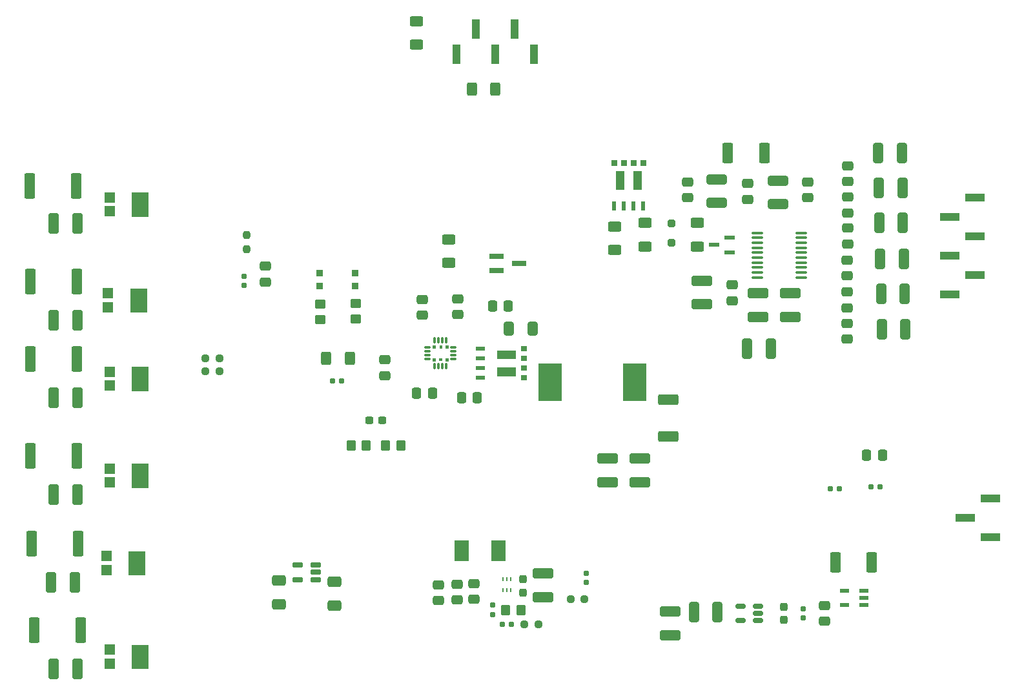
<source format=gbr>
%TF.GenerationSoftware,KiCad,Pcbnew,7.0.6-0*%
%TF.CreationDate,2024-04-17T06:46:49-03:00*%
%TF.ProjectId,Buoy,42756f79-2e6b-4696-9361-645f70636258,rev?*%
%TF.SameCoordinates,Original*%
%TF.FileFunction,Paste,Top*%
%TF.FilePolarity,Positive*%
%FSLAX46Y46*%
G04 Gerber Fmt 4.6, Leading zero omitted, Abs format (unit mm)*
G04 Created by KiCad (PCBNEW 7.0.6-0) date 2024-04-17 06:46:49*
%MOMM*%
%LPD*%
G01*
G04 APERTURE LIST*
G04 Aperture macros list*
%AMRoundRect*
0 Rectangle with rounded corners*
0 $1 Rounding radius*
0 $2 $3 $4 $5 $6 $7 $8 $9 X,Y pos of 4 corners*
0 Add a 4 corners polygon primitive as box body*
4,1,4,$2,$3,$4,$5,$6,$7,$8,$9,$2,$3,0*
0 Add four circle primitives for the rounded corners*
1,1,$1+$1,$2,$3*
1,1,$1+$1,$4,$5*
1,1,$1+$1,$6,$7*
1,1,$1+$1,$8,$9*
0 Add four rect primitives between the rounded corners*
20,1,$1+$1,$2,$3,$4,$5,0*
20,1,$1+$1,$4,$5,$6,$7,0*
20,1,$1+$1,$6,$7,$8,$9,0*
20,1,$1+$1,$8,$9,$2,$3,0*%
G04 Aperture macros list end*
%ADD10C,0.010000*%
%ADD11RoundRect,0.250000X0.400000X1.075000X-0.400000X1.075000X-0.400000X-1.075000X0.400000X-1.075000X0*%
%ADD12RoundRect,0.250000X-0.412500X-1.100000X0.412500X-1.100000X0.412500X1.100000X-0.412500X1.100000X0*%
%ADD13R,2.510000X1.000000*%
%ADD14R,0.930000X0.810000*%
%ADD15RoundRect,0.237500X0.250000X0.237500X-0.250000X0.237500X-0.250000X-0.237500X0.250000X-0.237500X0*%
%ADD16RoundRect,0.250000X0.625000X-0.400000X0.625000X0.400000X-0.625000X0.400000X-0.625000X-0.400000X0*%
%ADD17RoundRect,0.237500X-0.237500X0.300000X-0.237500X-0.300000X0.237500X-0.300000X0.237500X0.300000X0*%
%ADD18RoundRect,0.250000X-0.650000X0.412500X-0.650000X-0.412500X0.650000X-0.412500X0.650000X0.412500X0*%
%ADD19RoundRect,0.250000X-0.450000X0.350000X-0.450000X-0.350000X0.450000X-0.350000X0.450000X0.350000X0*%
%ADD20RoundRect,0.250000X-0.475000X0.337500X-0.475000X-0.337500X0.475000X-0.337500X0.475000X0.337500X0*%
%ADD21RoundRect,0.250000X-1.100000X0.412500X-1.100000X-0.412500X1.100000X-0.412500X1.100000X0.412500X0*%
%ADD22RoundRect,0.088500X0.516500X0.206500X-0.516500X0.206500X-0.516500X-0.206500X0.516500X-0.206500X0*%
%ADD23RoundRect,0.160000X-0.160000X0.197500X-0.160000X-0.197500X0.160000X-0.197500X0.160000X0.197500X0*%
%ADD24R,1.400000X1.390000*%
%ADD25RoundRect,0.250000X0.475000X-0.337500X0.475000X0.337500X-0.475000X0.337500X-0.475000X-0.337500X0*%
%ADD26RoundRect,0.250000X-0.625000X0.400000X-0.625000X-0.400000X0.625000X-0.400000X0.625000X0.400000X0*%
%ADD27RoundRect,0.249999X-0.450001X-1.425001X0.450001X-1.425001X0.450001X1.425001X-0.450001X1.425001X0*%
%ADD28RoundRect,0.250000X-0.400000X-1.075000X0.400000X-1.075000X0.400000X1.075000X-0.400000X1.075000X0*%
%ADD29R,1.320800X0.558800*%
%ADD30R,0.610000X1.270000*%
%ADD31RoundRect,0.060000X0.615000X-0.240000X0.615000X0.240000X-0.615000X0.240000X-0.615000X-0.240000X0*%
%ADD32RoundRect,0.150000X0.512500X0.150000X-0.512500X0.150000X-0.512500X-0.150000X0.512500X-0.150000X0*%
%ADD33RoundRect,0.160000X-0.197500X-0.160000X0.197500X-0.160000X0.197500X0.160000X-0.197500X0.160000X0*%
%ADD34RoundRect,0.237500X-0.237500X0.250000X-0.237500X-0.250000X0.237500X-0.250000X0.237500X0.250000X0*%
%ADD35RoundRect,0.249999X-1.075001X0.450001X-1.075001X-0.450001X1.075001X-0.450001X1.075001X0.450001X0*%
%ADD36RoundRect,0.100000X-0.637500X-0.100000X0.637500X-0.100000X0.637500X0.100000X-0.637500X0.100000X0*%
%ADD37RoundRect,0.250000X-0.250000X0.250000X-0.250000X-0.250000X0.250000X-0.250000X0.250000X0.250000X0*%
%ADD38RoundRect,0.249999X0.450001X1.075001X-0.450001X1.075001X-0.450001X-1.075001X0.450001X-1.075001X0*%
%ADD39RoundRect,0.250000X-0.400000X-0.625000X0.400000X-0.625000X0.400000X0.625000X-0.400000X0.625000X0*%
%ADD40RoundRect,0.250000X-0.350000X-0.450000X0.350000X-0.450000X0.350000X0.450000X-0.350000X0.450000X0*%
%ADD41RoundRect,0.250000X0.350000X0.450000X-0.350000X0.450000X-0.350000X-0.450000X0.350000X-0.450000X0*%
%ADD42RoundRect,0.006900X-0.108100X0.368100X-0.108100X-0.368100X0.108100X-0.368100X0.108100X0.368100X0*%
%ADD43RoundRect,0.006900X-0.368100X-0.108100X0.368100X-0.108100X0.368100X0.108100X-0.368100X0.108100X0*%
%ADD44R,1.903000X2.790000*%
%ADD45RoundRect,0.237500X0.300000X0.237500X-0.300000X0.237500X-0.300000X-0.237500X0.300000X-0.237500X0*%
%ADD46RoundRect,0.250000X0.337500X0.475000X-0.337500X0.475000X-0.337500X-0.475000X0.337500X-0.475000X0*%
%ADD47R,1.000000X2.510000*%
%ADD48RoundRect,0.250000X1.075000X-0.400000X1.075000X0.400000X-1.075000X0.400000X-1.075000X-0.400000X0*%
%ADD49R,1.270000X0.610000*%
%ADD50R,3.100000X5.000000*%
%ADD51RoundRect,0.155000X-0.212500X-0.155000X0.212500X-0.155000X0.212500X0.155000X-0.212500X0.155000X0*%
%ADD52RoundRect,0.237500X-0.250000X-0.237500X0.250000X-0.237500X0.250000X0.237500X-0.250000X0.237500X0*%
%ADD53RoundRect,0.250000X-0.337500X-0.475000X0.337500X-0.475000X0.337500X0.475000X-0.337500X0.475000X0*%
%ADD54R,1.900000X0.800000*%
%ADD55R,0.279400X0.606400*%
%ADD56RoundRect,0.250000X0.412500X0.650000X-0.412500X0.650000X-0.412500X-0.650000X0.412500X-0.650000X0*%
G04 APERTURE END LIST*
%TO.C,D4*%
D10*
X111850250Y-80203500D02*
X109730250Y-80203500D01*
X109730250Y-77123500D01*
X111850250Y-77123500D01*
X111850250Y-80203500D01*
G36*
X111850250Y-80203500D02*
G01*
X109730250Y-80203500D01*
X109730250Y-77123500D01*
X111850250Y-77123500D01*
X111850250Y-80203500D01*
G37*
%TO.C,Q1*%
X174472000Y-64122500D02*
X173428000Y-64122500D01*
X173428000Y-61712500D01*
X174472000Y-61712500D01*
X174472000Y-64122500D01*
G36*
X174472000Y-64122500D02*
G01*
X173428000Y-64122500D01*
X173428000Y-61712500D01*
X174472000Y-61712500D01*
X174472000Y-64122500D01*
G37*
X176732000Y-64122500D02*
X175688000Y-64122500D01*
X175688000Y-61712500D01*
X176732000Y-61712500D01*
X176732000Y-64122500D01*
G36*
X176732000Y-64122500D02*
G01*
X175688000Y-64122500D01*
X175688000Y-61712500D01*
X176732000Y-61712500D01*
X176732000Y-64122500D01*
G37*
X173480000Y-61010000D02*
X172870000Y-61010000D01*
X172870000Y-60310000D01*
X173480000Y-60310000D01*
X173480000Y-61010000D01*
G36*
X173480000Y-61010000D02*
G01*
X172870000Y-61010000D01*
X172870000Y-60310000D01*
X173480000Y-60310000D01*
X173480000Y-61010000D01*
G37*
X174750000Y-61010000D02*
X174140000Y-61010000D01*
X174140000Y-60305000D01*
X174750000Y-60305000D01*
X174750000Y-61010000D01*
G36*
X174750000Y-61010000D02*
G01*
X174140000Y-61010000D01*
X174140000Y-60305000D01*
X174750000Y-60305000D01*
X174750000Y-61010000D01*
G37*
X176020000Y-61010000D02*
X175410000Y-61010000D01*
X175410000Y-60305000D01*
X176020000Y-60305000D01*
X176020000Y-61010000D01*
G36*
X176020000Y-61010000D02*
G01*
X175410000Y-61010000D01*
X175410000Y-60305000D01*
X176020000Y-60305000D01*
X176020000Y-61010000D01*
G37*
X177290000Y-61010000D02*
X176680000Y-61010000D01*
X176680000Y-60305000D01*
X177290000Y-60305000D01*
X177290000Y-61010000D01*
G36*
X177290000Y-61010000D02*
G01*
X176680000Y-61010000D01*
X176680000Y-60305000D01*
X177290000Y-60305000D01*
X177290000Y-61010000D01*
G37*
%TO.C,D9*%
X112050250Y-126963500D02*
X109930250Y-126963500D01*
X109930250Y-123883500D01*
X112050250Y-123883500D01*
X112050250Y-126963500D01*
G36*
X112050250Y-126963500D02*
G01*
X109930250Y-126963500D01*
X109930250Y-123883500D01*
X112050250Y-123883500D01*
X112050250Y-126963500D01*
G37*
%TO.C,D7*%
X112050250Y-103183500D02*
X109930250Y-103183500D01*
X109930250Y-100103500D01*
X112050250Y-100103500D01*
X112050250Y-103183500D01*
G36*
X112050250Y-103183500D02*
G01*
X109930250Y-103183500D01*
X109930250Y-100103500D01*
X112050250Y-100103500D01*
X112050250Y-103183500D01*
G37*
%TO.C,D5*%
X112050250Y-90483500D02*
X109930250Y-90483500D01*
X109930250Y-87403500D01*
X112050250Y-87403500D01*
X112050250Y-90483500D01*
G36*
X112050250Y-90483500D02*
G01*
X109930250Y-90483500D01*
X109930250Y-87403500D01*
X112050250Y-87403500D01*
X112050250Y-90483500D01*
G37*
%TO.C,U2*%
X150580000Y-84907500D02*
X150280000Y-84907500D01*
X150280000Y-84607500D01*
X150580000Y-84607500D01*
X150580000Y-84907500D01*
G36*
X150580000Y-84907500D02*
G01*
X150280000Y-84907500D01*
X150280000Y-84607500D01*
X150580000Y-84607500D01*
X150580000Y-84907500D01*
G37*
X151405000Y-84917500D02*
X151105000Y-84917500D01*
X151105000Y-84617500D01*
X151405000Y-84617500D01*
X151405000Y-84917500D01*
G36*
X151405000Y-84917500D02*
G01*
X151105000Y-84917500D01*
X151105000Y-84617500D01*
X151405000Y-84617500D01*
X151405000Y-84917500D01*
G37*
X149695000Y-84917500D02*
X149395000Y-84917500D01*
X149395000Y-84617500D01*
X149695000Y-84617500D01*
X149695000Y-84917500D01*
G36*
X149695000Y-84917500D02*
G01*
X149395000Y-84917500D01*
X149395000Y-84617500D01*
X149695000Y-84617500D01*
X149695000Y-84917500D01*
G37*
X150555000Y-86582500D02*
X150255000Y-86582500D01*
X150255000Y-86282500D01*
X150555000Y-86282500D01*
X150555000Y-86582500D01*
G36*
X150555000Y-86582500D02*
G01*
X150255000Y-86582500D01*
X150255000Y-86282500D01*
X150555000Y-86282500D01*
X150555000Y-86582500D01*
G37*
X151405000Y-86587500D02*
X151105000Y-86587500D01*
X151105000Y-86287500D01*
X151405000Y-86287500D01*
X151405000Y-86587500D01*
G36*
X151405000Y-86587500D02*
G01*
X151105000Y-86587500D01*
X151105000Y-86287500D01*
X151405000Y-86287500D01*
X151405000Y-86587500D01*
G37*
X149695000Y-86587500D02*
X149395000Y-86587500D01*
X149395000Y-86287500D01*
X149695000Y-86287500D01*
X149695000Y-86587500D01*
G36*
X149695000Y-86587500D02*
G01*
X149395000Y-86587500D01*
X149395000Y-86287500D01*
X149695000Y-86287500D01*
X149695000Y-86587500D01*
G37*
%TO.C,Q4*%
X160247500Y-86279500D02*
X157837500Y-86279500D01*
X157837500Y-85235500D01*
X160247500Y-85235500D01*
X160247500Y-86279500D01*
G36*
X160247500Y-86279500D02*
G01*
X157837500Y-86279500D01*
X157837500Y-85235500D01*
X160247500Y-85235500D01*
X160247500Y-86279500D01*
G37*
X160247500Y-88539500D02*
X157837500Y-88539500D01*
X157837500Y-87495500D01*
X160247500Y-87495500D01*
X160247500Y-88539500D01*
G36*
X160247500Y-88539500D02*
G01*
X157837500Y-88539500D01*
X157837500Y-87495500D01*
X160247500Y-87495500D01*
X160247500Y-88539500D01*
G37*
X161650000Y-85287500D02*
X160950000Y-85287500D01*
X160950000Y-84677500D01*
X161650000Y-84677500D01*
X161650000Y-85287500D01*
G36*
X161650000Y-85287500D02*
G01*
X160950000Y-85287500D01*
X160950000Y-84677500D01*
X161650000Y-84677500D01*
X161650000Y-85287500D01*
G37*
X161655000Y-86557500D02*
X160950000Y-86557500D01*
X160950000Y-85947500D01*
X161655000Y-85947500D01*
X161655000Y-86557500D01*
G36*
X161655000Y-86557500D02*
G01*
X160950000Y-86557500D01*
X160950000Y-85947500D01*
X161655000Y-85947500D01*
X161655000Y-86557500D01*
G37*
X161655000Y-87827500D02*
X160950000Y-87827500D01*
X160950000Y-87217500D01*
X161655000Y-87217500D01*
X161655000Y-87827500D01*
G36*
X161655000Y-87827500D02*
G01*
X160950000Y-87827500D01*
X160950000Y-87217500D01*
X161655000Y-87217500D01*
X161655000Y-87827500D01*
G37*
X161655000Y-89097500D02*
X160950000Y-89097500D01*
X160950000Y-88487500D01*
X161655000Y-88487500D01*
X161655000Y-89097500D01*
G36*
X161655000Y-89097500D02*
G01*
X160950000Y-89097500D01*
X160950000Y-88487500D01*
X161655000Y-88487500D01*
X161655000Y-89097500D01*
G37*
%TO.C,D1*%
X112050250Y-67623500D02*
X109930250Y-67623500D01*
X109930250Y-64543500D01*
X112050250Y-64543500D01*
X112050250Y-67623500D01*
G36*
X112050250Y-67623500D02*
G01*
X109930250Y-67623500D01*
X109930250Y-64543500D01*
X112050250Y-64543500D01*
X112050250Y-67623500D01*
G37*
%TO.C,D8*%
X111653750Y-114663500D02*
X109533750Y-114663500D01*
X109533750Y-111583500D01*
X111653750Y-111583500D01*
X111653750Y-114663500D01*
G36*
X111653750Y-114663500D02*
G01*
X109533750Y-114663500D01*
X109533750Y-111583500D01*
X111653750Y-111583500D01*
X111653750Y-114663500D01*
G37*
%TD*%
D11*
%TO.C,R18*%
X186729264Y-119590000D03*
X183629264Y-119590000D03*
%TD*%
D12*
%TO.C,CBJ3*%
X99704250Y-91483500D03*
X102829250Y-91483500D03*
%TD*%
%TO.C,CBJ1*%
X99704250Y-68623500D03*
X102829250Y-68623500D03*
%TD*%
D13*
%TO.C,J13*%
X220500000Y-65220000D03*
X217190000Y-67760000D03*
X220500000Y-70300000D03*
X217190000Y-72840000D03*
X220500000Y-75380000D03*
X217190000Y-77920000D03*
%TD*%
D12*
%TO.C,CBJ4*%
X99704250Y-104183500D03*
X102829250Y-104183500D03*
%TD*%
D14*
%TO.C,D2*%
X139205000Y-76767500D03*
X139205000Y-75147500D03*
%TD*%
D15*
%TO.C,R7*%
X121421750Y-86263500D03*
X119596750Y-86263500D03*
%TD*%
D16*
%TO.C,R30*%
X173230000Y-72080000D03*
X173230000Y-68980000D03*
%TD*%
D17*
%TO.C,C9*%
X195420000Y-118857500D03*
X195420000Y-120582500D03*
%TD*%
D18*
%TO.C,C20*%
X129218000Y-115407500D03*
X129218000Y-118532500D03*
%TD*%
D19*
%TO.C,R4*%
X139275000Y-79107500D03*
X139275000Y-81107500D03*
%TD*%
D20*
%TO.C,C32*%
X198607500Y-63157500D03*
X198607500Y-65232500D03*
%TD*%
D21*
%TO.C,C11*%
X180579264Y-119455000D03*
X180579264Y-122580000D03*
%TD*%
D17*
%TO.C,C12*%
X161200000Y-115277500D03*
X161200000Y-117002500D03*
%TD*%
D22*
%TO.C,U3*%
X205922500Y-118652500D03*
X205922500Y-117702500D03*
X205922500Y-116752500D03*
X203412500Y-116752500D03*
X203412500Y-118652500D03*
%TD*%
D23*
%TO.C,R9*%
X124667500Y-75532500D03*
X124667500Y-76727500D03*
%TD*%
D20*
%TO.C,C4*%
X127460000Y-74212500D03*
X127460000Y-76287500D03*
%TD*%
D24*
%TO.C,D4*%
X106808250Y-77743500D03*
X106808250Y-79583500D03*
%TD*%
D25*
%TO.C,C24*%
X203790000Y-71297500D03*
X203790000Y-69222500D03*
%TD*%
D13*
%TO.C,J9*%
X222520000Y-104660000D03*
X219210000Y-107200000D03*
X222520000Y-109740000D03*
%TD*%
D26*
%TO.C,R11*%
X151480000Y-70690000D03*
X151480000Y-73790000D03*
%TD*%
D16*
%TO.C,R19*%
X147300000Y-45180000D03*
X147300000Y-42080000D03*
%TD*%
D27*
%TO.C,RBJ5*%
X96767750Y-110583500D03*
X102867750Y-110583500D03*
%TD*%
D25*
%TO.C,C21*%
X203720000Y-83767500D03*
X203720000Y-81692500D03*
%TD*%
D28*
%TO.C,R23*%
X208290000Y-82450000D03*
X211390000Y-82450000D03*
%TD*%
D29*
%TO.C,Q2*%
X188343500Y-72390200D03*
X188343500Y-70459800D03*
X186311500Y-71425000D03*
%TD*%
D30*
%TO.C,Q1*%
X173175000Y-66280000D03*
X174445000Y-66280000D03*
X175715000Y-66280000D03*
X176985000Y-66280000D03*
%TD*%
D28*
%TO.C,R28*%
X207840000Y-59390000D03*
X210940000Y-59390000D03*
%TD*%
D24*
%TO.C,D9*%
X107008250Y-124503500D03*
X107008250Y-126343500D03*
%TD*%
D16*
%TO.C,R32*%
X184097500Y-71635000D03*
X184097500Y-68535000D03*
%TD*%
D31*
%TO.C,U6*%
X134048000Y-115290000D03*
X134048000Y-114340000D03*
X134048000Y-113390000D03*
X131678000Y-113390000D03*
X131678000Y-115290000D03*
%TD*%
D12*
%TO.C,CBJ2*%
X99704250Y-81323500D03*
X102829250Y-81323500D03*
%TD*%
D32*
%TO.C,U1*%
X192049264Y-120680000D03*
X192049264Y-119730000D03*
X192049264Y-118780000D03*
X189774264Y-118780000D03*
X189774264Y-120680000D03*
%TD*%
D14*
%TO.C,D3*%
X134575000Y-76767500D03*
X134575000Y-75147500D03*
%TD*%
D20*
%TO.C,C36*%
X152590000Y-115882500D03*
X152590000Y-117957500D03*
%TD*%
D33*
%TO.C,R10*%
X206860000Y-103148750D03*
X208055000Y-103148750D03*
%TD*%
D25*
%TO.C,C26*%
X203830000Y-63097500D03*
X203830000Y-61022500D03*
%TD*%
D24*
%TO.C,D7*%
X107008250Y-100723500D03*
X107008250Y-102563500D03*
%TD*%
D34*
%TO.C,R8*%
X124982500Y-70137500D03*
X124982500Y-71962500D03*
%TD*%
D35*
%TO.C,R6_SR1*%
X180250000Y-91720000D03*
X180250000Y-96520000D03*
%TD*%
D36*
%TO.C,U4*%
X192002500Y-69825000D03*
X192002500Y-70475000D03*
X192002500Y-71125000D03*
X192002500Y-71775000D03*
X192002500Y-72425000D03*
X192002500Y-73075000D03*
X192002500Y-73725000D03*
X192002500Y-74375000D03*
X192002500Y-75025000D03*
X192002500Y-75675000D03*
X197727500Y-75675000D03*
X197727500Y-75025000D03*
X197727500Y-74375000D03*
X197727500Y-73725000D03*
X197727500Y-73075000D03*
X197727500Y-72425000D03*
X197727500Y-71775000D03*
X197727500Y-71125000D03*
X197727500Y-70475000D03*
X197727500Y-69825000D03*
%TD*%
D37*
%TO.C,D10*%
X180727500Y-68605000D03*
X180727500Y-71105000D03*
%TD*%
D26*
%TO.C,R31*%
X177257500Y-68535000D03*
X177257500Y-71635000D03*
%TD*%
D33*
%TO.C,R37*%
X136265000Y-89260000D03*
X137460000Y-89260000D03*
%TD*%
D28*
%TO.C,R24*%
X208190000Y-77780000D03*
X211290000Y-77780000D03*
%TD*%
D38*
%TO.C,R29*%
X192907500Y-59335000D03*
X188107500Y-59335000D03*
%TD*%
D18*
%TO.C,C19*%
X136518000Y-115597500D03*
X136518000Y-118722500D03*
%TD*%
D28*
%TO.C,R26*%
X207940000Y-68490000D03*
X211040000Y-68490000D03*
%TD*%
D39*
%TO.C,R20*%
X154530000Y-50960000D03*
X157630000Y-50960000D03*
%TD*%
D38*
%TO.C,R12*%
X206990000Y-113042500D03*
X202190000Y-113042500D03*
%TD*%
D20*
%TO.C,C2*%
X200750000Y-118685000D03*
X200750000Y-120760000D03*
%TD*%
D12*
%TO.C,CBJ6*%
X99704250Y-127043500D03*
X102829250Y-127043500D03*
%TD*%
D28*
%TO.C,R27*%
X207890000Y-63960000D03*
X210990000Y-63960000D03*
%TD*%
D23*
%TO.C,R21*%
X157220000Y-118672500D03*
X157220000Y-119867500D03*
%TD*%
D40*
%TO.C,R22*%
X158970000Y-119340000D03*
X160970000Y-119340000D03*
%TD*%
D24*
%TO.C,D5*%
X107008250Y-88023500D03*
X107008250Y-89863500D03*
%TD*%
D23*
%TO.C,R16*%
X169540000Y-114490000D03*
X169540000Y-115685000D03*
%TD*%
D41*
%TO.C,R15*%
X140671250Y-97751250D03*
X138671250Y-97751250D03*
%TD*%
D42*
%TO.C,U2*%
X151155000Y-83882500D03*
X150655000Y-83882500D03*
X150155000Y-83882500D03*
X149655000Y-83882500D03*
D43*
X148680000Y-84857500D03*
X148680000Y-85357500D03*
X148680000Y-85857500D03*
X148680000Y-86357500D03*
D42*
X149655000Y-87332500D03*
X150155000Y-87332500D03*
X150655000Y-87332500D03*
X151155000Y-87332500D03*
D43*
X152130000Y-86357500D03*
X152130000Y-85857500D03*
X152130000Y-85357500D03*
X152130000Y-84857500D03*
%TD*%
D27*
%TO.C,RBJ2*%
X96654250Y-76243500D03*
X102754250Y-76243500D03*
%TD*%
D44*
%TO.C,L2*%
X158010000Y-111560000D03*
X153157000Y-111560000D03*
%TD*%
D41*
%TO.C,R13*%
X145198750Y-97740000D03*
X143198750Y-97740000D03*
%TD*%
D45*
%TO.C,C15*%
X142815000Y-94410000D03*
X141090000Y-94410000D03*
%TD*%
D46*
%TO.C,C14*%
X149347500Y-90860000D03*
X147272500Y-90860000D03*
%TD*%
D47*
%TO.C,J10*%
X162690000Y-46390000D03*
X160150000Y-43080000D03*
X157610000Y-46390000D03*
X155070000Y-43080000D03*
X152530000Y-46390000D03*
%TD*%
D21*
%TO.C,C29*%
X192027500Y-77732500D03*
X192027500Y-80857500D03*
%TD*%
D48*
%TO.C,R34*%
X194667500Y-66065000D03*
X194667500Y-62965000D03*
%TD*%
D25*
%TO.C,C31*%
X182837500Y-65242500D03*
X182837500Y-63167500D03*
%TD*%
D28*
%TO.C,R33*%
X190610000Y-85000000D03*
X193710000Y-85000000D03*
%TD*%
D21*
%TO.C,C17*%
X163860000Y-114487500D03*
X163860000Y-117612500D03*
%TD*%
D49*
%TO.C,Q4*%
X155680000Y-84982500D03*
X155680000Y-86252500D03*
X155680000Y-87522500D03*
X155680000Y-88792500D03*
%TD*%
D50*
%TO.C,L1*%
X164800000Y-89450000D03*
X175900000Y-89450000D03*
%TD*%
D21*
%TO.C,C28*%
X196267500Y-77762500D03*
X196267500Y-80887500D03*
%TD*%
D51*
%TO.C,C18*%
X158555000Y-121180000D03*
X159690000Y-121180000D03*
%TD*%
D21*
%TO.C,C8*%
X176580000Y-99437500D03*
X176580000Y-102562500D03*
%TD*%
D27*
%TO.C,RBJ4*%
X96654250Y-99103500D03*
X102754250Y-99103500D03*
%TD*%
D20*
%TO.C,C34*%
X154810000Y-115832500D03*
X154810000Y-117907500D03*
%TD*%
D25*
%TO.C,C23*%
X203727500Y-75492500D03*
X203727500Y-73417500D03*
%TD*%
D21*
%TO.C,C7*%
X172305000Y-99396250D03*
X172305000Y-102521250D03*
%TD*%
D19*
%TO.C,R5*%
X134615000Y-79177500D03*
X134615000Y-81177500D03*
%TD*%
D21*
%TO.C,C27*%
X184700000Y-76087500D03*
X184700000Y-79212500D03*
%TD*%
D39*
%TO.C,R1*%
X135415000Y-86267500D03*
X138515000Y-86267500D03*
%TD*%
D24*
%TO.C,D1*%
X107008250Y-65163500D03*
X107008250Y-67003500D03*
%TD*%
D52*
%TO.C,R6*%
X119606750Y-88013500D03*
X121431750Y-88013500D03*
%TD*%
%TO.C,R36*%
X161430000Y-121190000D03*
X163255000Y-121190000D03*
%TD*%
D25*
%TO.C,C25*%
X203830000Y-67207500D03*
X203830000Y-65132500D03*
%TD*%
D48*
%TO.C,R35*%
X186657500Y-65895000D03*
X186657500Y-62795000D03*
%TD*%
D15*
%TO.C,R17*%
X169292500Y-117880000D03*
X167467500Y-117880000D03*
%TD*%
D27*
%TO.C,RBJ3*%
X96654250Y-86403500D03*
X102754250Y-86403500D03*
%TD*%
D53*
%TO.C,C1*%
X206310000Y-99021250D03*
X208385000Y-99021250D03*
%TD*%
D54*
%TO.C,D6*%
X157730000Y-72880000D03*
X157730000Y-74780000D03*
X160730000Y-73830000D03*
%TD*%
D53*
%TO.C,C10*%
X153180000Y-91470000D03*
X155255000Y-91470000D03*
%TD*%
D25*
%TO.C,C22*%
X203720000Y-79665000D03*
X203720000Y-77590000D03*
%TD*%
D23*
%TO.C,R14*%
X197990000Y-119152500D03*
X197990000Y-120347500D03*
%TD*%
D27*
%TO.C,RBJ1*%
X96551750Y-63683500D03*
X102651750Y-63683500D03*
%TD*%
D25*
%TO.C,C6*%
X152660000Y-80557500D03*
X152660000Y-78482500D03*
%TD*%
D55*
%TO.C,U5*%
X159610252Y-115224600D03*
X159110126Y-115224600D03*
X158610000Y-115224600D03*
X158610000Y-116720000D03*
X159110126Y-116720000D03*
X159610252Y-116720000D03*
%TD*%
D25*
%TO.C,C30*%
X190677500Y-65452500D03*
X190677500Y-63377500D03*
%TD*%
D28*
%TO.C,R25*%
X208077500Y-73215000D03*
X211177500Y-73215000D03*
%TD*%
D12*
%TO.C,CBJ5*%
X99307750Y-115663500D03*
X102432750Y-115663500D03*
%TD*%
D25*
%TO.C,C3*%
X148050000Y-80627500D03*
X148050000Y-78552500D03*
%TD*%
D20*
%TO.C,C33*%
X188637500Y-76677500D03*
X188637500Y-78752500D03*
%TD*%
D27*
%TO.C,RBJ6*%
X97164250Y-121963500D03*
X103264250Y-121963500D03*
%TD*%
D20*
%TO.C,C16*%
X143105000Y-86490000D03*
X143105000Y-88565000D03*
%TD*%
%TO.C,C35*%
X150180000Y-115982500D03*
X150180000Y-118057500D03*
%TD*%
D33*
%TO.C,R2*%
X201560000Y-103431250D03*
X202755000Y-103431250D03*
%TD*%
D53*
%TO.C,C5*%
X157217500Y-79468750D03*
X159292500Y-79468750D03*
%TD*%
D24*
%TO.C,D8*%
X106611750Y-112203500D03*
X106611750Y-114043500D03*
%TD*%
D56*
%TO.C,C13*%
X162467500Y-82398750D03*
X159342500Y-82398750D03*
%TD*%
M02*

</source>
